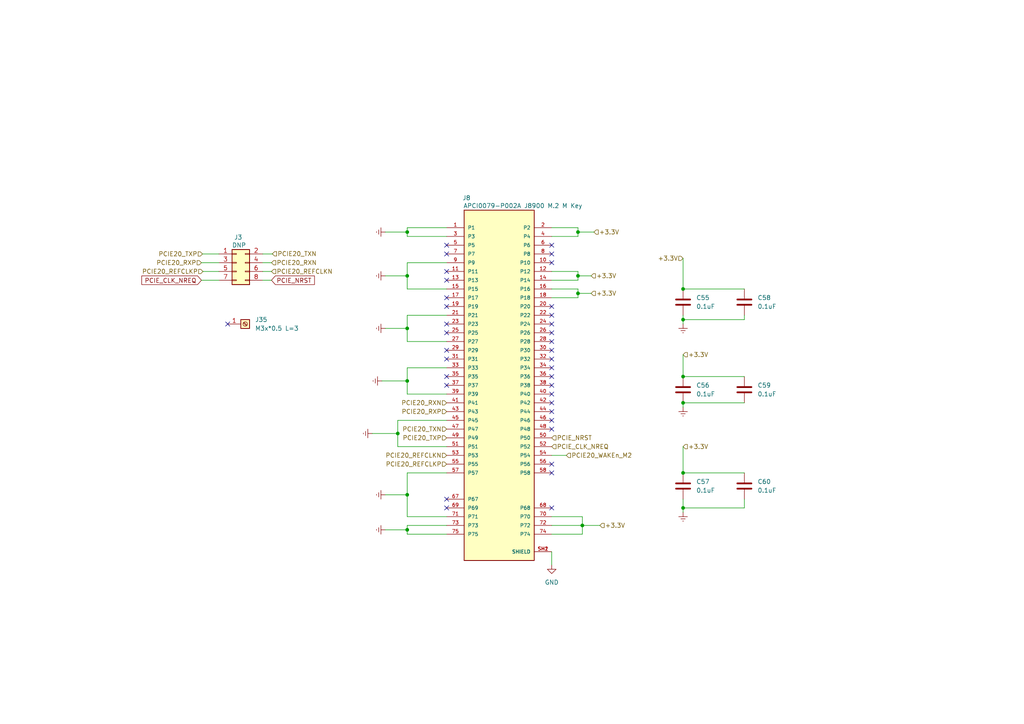
<source format=kicad_sch>
(kicad_sch (version 20231120) (generator "eeschema") (generator_version "7.99")
  (paper "A4")
  (lib_symbols
    (symbol "Connector:Screw_Terminal_01x01" (pin_names (offset 1.016) hide)
      (property "Reference" "J" (at 0 2.54 0))
      (property "Value" "Screw_Terminal_01x01" (at 0 -2.54 0))
      (symbol "Screw_Terminal_01x01_1_1"
        (rectangle (start -1.27 1.27) (end 1.27 -1.27) (stroke (width 0.254)) (fill (type background)))
        (polyline (pts (xy -0.5334 0.3302) (xy 0.3302 -0.508)) (stroke (width 0.1524)))
        (polyline (pts (xy -0.3556 0.508) (xy 0.508 -0.3302)) (stroke (width 0.1524)))
        (circle (center 0 0) (radius 0.635) (stroke (width 0.1524)))
        (pin passive line (at -5.08 0 0) (length 3.81) (name "Pin_1") (number "1"))
      )
    )
    (symbol "Connector_Generic:Conn_02x04_Odd_Even" (pin_names (offset 1.016) hide)
      (property "Reference" "J" (at 1.27 5.08 0))
      (property "Value" "Conn_02x04_Odd_Even" (at 1.27 -7.62 0))
      (symbol "Conn_02x04_Odd_Even_1_1"
        (rectangle (start -1.27 -4.953) (end 0 -5.207) (stroke (width 0.1524)))
        (rectangle (start -1.27 -2.413) (end 0 -2.667) (stroke (width 0.1524)))
        (rectangle (start -1.27 0.127) (end 0 -0.127) (stroke (width 0.1524)))
        (rectangle (start -1.27 2.667) (end 0 2.413) (stroke (width 0.1524)))
        (rectangle (start -1.27 3.81) (end 3.81 -6.35) (stroke (width 0.254)) (fill (type background)))
        (rectangle (start 3.81 -4.953) (end 2.54 -5.207) (stroke (width 0.1524)))
        (rectangle (start 3.81 -2.413) (end 2.54 -2.667) (stroke (width 0.1524)))
        (rectangle (start 3.81 0.127) (end 2.54 -0.127) (stroke (width 0.1524)))
        (rectangle (start 3.81 2.667) (end 2.54 2.413) (stroke (width 0.1524)))
        (pin passive line (at -5.08 2.54 0) (length 3.81) (name "Pin_1") (number "1"))
        (pin passive line (at 7.62 2.54 180) (length 3.81) (name "Pin_2") (number "2"))
        (pin passive line (at -5.08 0 0) (length 3.81) (name "Pin_3") (number "3"))
        (pin passive line (at 7.62 0 180) (length 3.81) (name "Pin_4") (number "4"))
        (pin passive line (at -5.08 -2.54 0) (length 3.81) (name "Pin_5") (number "5"))
        (pin passive line (at 7.62 -2.54 180) (length 3.81) (name "Pin_6") (number "6"))
        (pin passive line (at -5.08 -5.08 0) (length 3.81) (name "Pin_7") (number "7"))
        (pin passive line (at 7.62 -5.08 180) (length 3.81) (name "Pin_8") (number "8"))
      )
    )
    (symbol "Device:C" (pin_numbers hide) (pin_names (offset 0.254))
      (property "Reference" "C" (at 0.635 2.54 0))
      (property "Value" "C" (at 0.635 -2.54 0))
      (symbol "C_0_1"
        (polyline (pts (xy -2.032 -0.762) (xy 2.032 -0.762)) (stroke (width 0.508)))
        (polyline (pts (xy -2.032 0.762) (xy 2.032 0.762)) (stroke (width 0.508)))
      )
      (symbol "C_1_1"
        (pin passive line (at 0 3.81 270) (length 2.794) (name "~") (number "1"))
        (pin passive line (at 0 -3.81 90) (length 2.794) (name "~") (number "2"))
      )
    )
    (symbol "M.2TE:1-2199119-5" (pin_names (offset 1.016))
      (property "Reference" "J" (at -10.1938 51.7746 0))
      (property "Value" "1-2199119-5" (at -10.1934 -53.5506 0))
      (symbol "1-2199119-5_0_0"
        (rectangle (start -10.16 -50.8) (end 10.16 50.8) (stroke (width 0.254)) (fill (type background)))
        (pin passive line (at -15.24 45.72 0) (length 5.08) (name "P1") (number "1"))
        (pin passive line (at 15.24 35.56 180) (length 5.08) (name "P10") (number "10"))
        (pin passive line (at -15.24 33.02 0) (length 5.08) (name "P11") (number "11"))
        (pin passive line (at 15.24 33.02 180) (length 5.08) (name "P12") (number "12"))
        (pin passive line (at -15.24 30.48 0) (length 5.08) (name "P13") (number "13"))
        (pin passive line (at 15.24 30.48 180) (length 5.08) (name "P14") (number "14"))
        (pin passive line (at -15.24 27.94 0) (length 5.08) (name "P15") (number "15"))
        (pin passive line (at 15.24 27.94 180) (length 5.08) (name "P16") (number "16"))
        (pin passive line (at -15.24 25.4 0) (length 5.08) (name "P17") (number "17"))
        (pin passive line (at 15.24 25.4 180) (length 5.08) (name "P18") (number "18"))
        (pin passive line (at -15.24 22.86 0) (length 5.08) (name "P19") (number "19"))
        (pin passive line (at 15.24 45.72 180) (length 5.08) (name "P2") (number "2"))
        (pin passive line (at 15.24 22.86 180) (length 5.08) (name "P20") (number "20"))
        (pin passive line (at -15.24 20.32 0) (length 5.08) (name "P21") (number "21"))
        (pin passive line (at 15.24 20.32 180) (length 5.08) (name "P22") (number "22"))
        (pin passive line (at -15.24 17.78 0) (length 5.08) (name "P23") (number "23"))
        (pin passive line (at 15.24 17.78 180) (length 5.08) (name "P24") (number "24"))
        (pin passive line (at -15.24 15.24 0) (length 5.08) (name "P25") (number "25"))
        (pin passive line (at 15.24 15.24 180) (length 5.08) (name "P26") (number "26"))
        (pin passive line (at -15.24 12.7 0) (length 5.08) (name "P27") (number "27"))
        (pin passive line (at 15.24 12.7 180) (length 5.08) (name "P28") (number "28"))
        (pin passive line (at -15.24 10.16 0) (length 5.08) (name "P29") (number "29"))
        (pin passive line (at -15.24 43.18 0) (length 5.08) (name "P3") (number "3"))
        (pin passive line (at 15.24 10.16 180) (length 5.08) (name "P30") (number "30"))
        (pin passive line (at -15.24 7.62 0) (length 5.08) (name "P31") (number "31"))
        (pin passive line (at 15.24 7.62 180) (length 5.08) (name "P32") (number "32"))
        (pin passive line (at -15.24 5.08 0) (length 5.08) (name "P33") (number "33"))
        (pin passive line (at 15.24 5.08 180) (length 5.08) (name "P34") (number "34"))
        (pin passive line (at -15.24 2.54 0) (length 5.08) (name "P35") (number "35"))
        (pin passive line (at 15.24 2.54 180) (length 5.08) (name "P36") (number "36"))
        (pin passive line (at -15.24 0 0) (length 5.08) (name "P37") (number "37"))
        (pin passive line (at 15.24 0 180) (length 5.08) (name "P38") (number "38"))
        (pin passive line (at -15.24 -2.54 0) (length 5.08) (name "P39") (number "39"))
        (pin passive line (at 15.24 43.18 180) (length 5.08) (name "P4") (number "4"))
        (pin passive line (at 15.24 -2.54 180) (length 5.08) (name "P40") (number "40"))
        (pin passive line (at -15.24 -5.08 0) (length 5.08) (name "P41") (number "41"))
        (pin passive line (at 15.24 -5.08 180) (length 5.08) (name "P42") (number "42"))
        (pin passive line (at -15.24 -7.62 0) (length 5.08) (name "P43") (number "43"))
        (pin passive line (at 15.24 -7.62 180) (length 5.08) (name "P44") (number "44"))
        (pin passive line (at -15.24 -10.16 0) (length 5.08) (name "P45") (number "45"))
        (pin passive line (at 15.24 -10.16 180) (length 5.08) (name "P46") (number "46"))
        (pin passive line (at -15.24 -12.7 0) (length 5.08) (name "P47") (number "47"))
        (pin passive line (at 15.24 -12.7 180) (length 5.08) (name "P48") (number "48"))
        (pin passive line (at -15.24 -15.24 0) (length 5.08) (name "P49") (number "49"))
        (pin passive line (at -15.24 40.64 0) (length 5.08) (name "P5") (number "5"))
        (pin passive line (at 15.24 -15.24 180) (length 5.08) (name "P50") (number "50"))
        (pin passive line (at -15.24 -17.78 0) (length 5.08) (name "P51") (number "51"))
        (pin passive line (at 15.24 -17.78 180) (length 5.08) (name "P52") (number "52"))
        (pin passive line (at -15.24 -20.32 0) (length 5.08) (name "P53") (number "53"))
        (pin passive line (at 15.24 -20.32 180) (length 5.08) (name "P54") (number "54"))
        (pin passive line (at -15.24 -22.86 0) (length 5.08) (name "P55") (number "55"))
        (pin passive line (at 15.24 -22.86 180) (length 5.08) (name "P56") (number "56"))
        (pin passive line (at -15.24 -25.4 0) (length 5.08) (name "P57") (number "57"))
        (pin passive line (at 15.24 -25.4 180) (length 5.08) (name "P58") (number "58"))
        (pin passive line (at 15.24 40.64 180) (length 5.08) (name "P6") (number "6"))
        (pin passive line (at -15.24 -33.02 0) (length 5.08) (name "P67") (number "67"))
        (pin passive line (at 15.24 -35.56 180) (length 5.08) (name "P68") (number "68"))
        (pin passive line (at -15.24 -35.56 0) (length 5.08) (name "P69") (number "69"))
        (pin passive line (at -15.24 38.1 0) (length 5.08) (name "P7") (number "7"))
        (pin passive line (at 15.24 -38.1 180) (length 5.08) (name "P70") (number "70"))
        (pin passive line (at -15.24 -38.1 0) (length 5.08) (name "P71") (number "71"))
        (pin passive line (at 15.24 -40.64 180) (length 5.08) (name "P72") (number "72"))
        (pin passive line (at -15.24 -40.64 0) (length 5.08) (name "P73") (number "73"))
        (pin passive line (at 15.24 -43.18 180) (length 5.08) (name "P74") (number "74"))
        (pin passive line (at -15.24 -43.18 0) (length 5.08) (name "P75") (number "75"))
        (pin passive line (at 15.24 38.1 180) (length 5.08) (name "P8") (number "8"))
        (pin passive line (at -15.24 35.56 0) (length 5.08) (name "P9") (number "9"))
        (pin passive line (at 15.24 -48.26 180) (length 5.08) (name "SHIELD") (number "SH1"))
        (pin passive line (at 15.24 -48.26 180) (length 5.08) (name "SHIELD") (number "SH2"))
      )
    )
    (symbol "power:Earth" (power) (pin_names (offset 0))
      (symbol "Earth_0_1"
        (polyline (pts (xy -0.635 -1.905) (xy 0.635 -1.905)))
        (polyline (pts (xy -0.127 -2.54) (xy 0.127 -2.54)))
        (polyline (pts (xy 0 -1.27) (xy 0 0)))
        (polyline (pts (xy 1.27 -1.27) (xy -1.27 -1.27)))
      )
      (symbol "Earth_1_1"
        (pin power_in line (at 0 0 270) (length 0) hide (name "Earth") (number "1"))
      )
    )
    (symbol "power:GND" (power) (pin_names (offset 0))
      (property "Value" "GND" (at 0 -3.81 0))
      (symbol "GND_0_1"
        (polyline (pts (xy 0 0) (xy 0 -1.27) (xy 1.27 -1.27) (xy 0 -2.54) (xy -1.27 -1.27) (xy 0 -1.27)))
      )
      (symbol "GND_1_1"
        (pin power_in line (at 0 0 270) (length 0) hide (name "GND") (number "1"))
      )
    )
  )
  (junction (at 198.12 116.84))
  (junction (at 167.64 80.01))
  (junction (at 118.11 67.31))
  (junction (at 198.12 147.32))
  (junction (at 118.11 110.49))
  (junction (at 118.11 95.25))
  (junction (at 198.12 92.71))
  (junction (at 198.12 137.16))
  (junction (at 168.91 152.4))
  (junction (at 167.64 85.09))
  (junction (at 118.11 153.67))
  (junction (at 167.64 67.31))
  (junction (at 118.11 80.01))
  (junction (at 198.12 109.22))
  (junction (at 115.3655 125.73))
  (junction (at 198.12 83.82))
  (junction (at 118.11 143.51))
  (no_connect (at 129.54 144.78))
  (no_connect (at 129.54 147.32))
  (no_connect (at 160.02 137.16))
  (no_connect (at 160.02 134.62))
  (no_connect (at 160.02 124.46))
  (no_connect (at 129.54 71.12))
  (no_connect (at 129.54 73.66))
  (no_connect (at 129.54 78.74))
  (no_connect (at 129.54 81.28))
  (no_connect (at 129.54 86.36))
  (no_connect (at 129.54 88.9))
  (no_connect (at 129.54 93.98))
  (no_connect (at 129.54 96.52))
  (no_connect (at 129.54 111.76))
  (no_connect (at 160.02 119.38))
  (no_connect (at 160.02 116.84))
  (no_connect (at 160.02 114.3))
  (no_connect (at 160.02 99.06))
  (no_connect (at 129.54 101.6))
  (no_connect (at 129.54 104.14))
  (no_connect (at 129.54 109.22))
  (no_connect (at 160.02 121.92))
  (no_connect (at 160.02 111.76))
  (no_connect (at 160.02 109.22))
  (no_connect (at 160.02 106.68))
  (no_connect (at 160.02 104.14))
  (no_connect (at 160.02 101.6))
  (no_connect (at 160.02 147.32))
  (no_connect (at 160.02 96.52))
  (no_connect (at 160.02 93.98))
  (no_connect (at 160.02 91.44))
  (no_connect (at 160.02 88.9))
  (no_connect (at 160.02 76.2))
  (no_connect (at 160.02 73.66))
  (no_connect (at 160.02 71.12))
  (no_connect (at 66.04 93.98))
  (wire (pts (xy 107.95 125.73) (xy 115.3655 125.73)))
  (wire (pts (xy 167.64 67.31) (xy 167.64 68.58)))
  (wire (pts (xy 129.54 91.44) (xy 118.11 91.44)))
  (wire (pts (xy 168.91 152.4) (xy 173.99 152.4)))
  (wire (pts (xy 118.11 154.94) (xy 129.54 154.94)))
  (wire (pts (xy 118.11 66.04) (xy 118.11 67.31)))
  (wire (pts (xy 167.64 80.01) (xy 171.45 80.01)))
  (wire (pts (xy 111.76 80.01) (xy 118.11 80.01)))
  (wire (pts (xy 198.12 148.59) (xy 198.12 147.32)))
  (wire (pts (xy 168.91 154.94) (xy 168.91 152.4)))
  (wire (pts (xy 160.02 86.36) (xy 167.64 86.36)))
  (wire (pts (xy 78.74 78.74) (xy 76.2 78.74)))
  (wire (pts (xy 198.12 83.82) (xy 215.9 83.82)))
  (wire (pts (xy 168.91 149.86) (xy 168.91 152.4)))
  (wire (pts (xy 78.9913 73.6184) (xy 78.9913 73.66)))
  (wire (pts (xy 118.11 114.3) (xy 129.54 114.3)))
  (wire (pts (xy 58.8704 78.74) (xy 63.5 78.74)))
  (wire (pts (xy 118.11 66.04) (xy 129.54 66.04)))
  (wire (pts (xy 160.02 149.86) (xy 168.91 149.86)))
  (wire (pts (xy 58.42 76.2) (xy 63.5 76.2)))
  (wire (pts (xy 118.11 143.51) (xy 118.11 149.86)))
  (wire (pts (xy 78.9913 73.66) (xy 76.2 73.66)))
  (wire (pts (xy 168.91 152.4) (xy 160.02 152.4)))
  (wire (pts (xy 160.02 78.74) (xy 167.64 78.74)))
  (wire (pts (xy 118.11 76.2) (xy 118.11 80.01)))
  (wire (pts (xy 110.7612 110.49) (xy 118.11 110.49)))
  (wire (pts (xy 198.12 129.54) (xy 198.12 137.16)))
  (wire (pts (xy 111.76 153.67) (xy 118.11 153.67)))
  (wire (pts (xy 164.2573 132.08) (xy 160.02 132.08)))
  (wire (pts (xy 118.11 106.68) (xy 129.54 106.68)))
  (wire (pts (xy 160.02 163.83) (xy 160.02 160.02)))
  (wire (pts (xy 167.64 83.82) (xy 167.64 85.09)))
  (wire (pts (xy 111.76 143.51) (xy 118.11 143.51)))
  (wire (pts (xy 78.74 76.2) (xy 76.2 76.2)))
  (wire (pts (xy 78.74 81.28) (xy 76.2 81.28)))
  (wire (pts (xy 198.12 147.32) (xy 198.12 144.78)))
  (wire (pts (xy 118.11 80.01) (xy 118.11 83.82)))
  (wire (pts (xy 118.11 83.82) (xy 129.54 83.82)))
  (wire (pts (xy 118.11 91.44) (xy 118.11 95.25)))
  (wire (pts (xy 198.12 118.11) (xy 198.12 116.84)))
  (wire (pts (xy 198.12 91.44) (xy 198.12 92.71)))
  (wire (pts (xy 118.11 153.67) (xy 118.11 154.94)))
  (wire (pts (xy 198.12 92.71) (xy 198.12 93.98)))
  (wire (pts (xy 58.7269 73.66) (xy 63.5 73.66)))
  (wire (pts (xy 167.64 85.09) (xy 171.45 85.09)))
  (wire (pts (xy 129.54 152.4) (xy 118.11 152.4)))
  (wire (pts (xy 198.12 74.93) (xy 198.12 83.82)))
  (wire (pts (xy 118.11 137.16) (xy 118.11 143.51)))
  (wire (pts (xy 118.11 68.58) (xy 129.54 68.58)))
  (wire (pts (xy 160.02 83.82) (xy 167.64 83.82)))
  (wire (pts (xy 198.12 92.71) (xy 215.9 92.71)))
  (wire (pts (xy 129.54 137.16) (xy 118.11 137.16)))
  (wire (pts (xy 160.02 66.04) (xy 167.64 66.04)))
  (wire (pts (xy 198.12 147.32) (xy 215.9 147.32)))
  (wire (pts (xy 167.64 66.04) (xy 167.64 67.31)))
  (wire (pts (xy 115.3655 121.92) (xy 115.3655 125.73)))
  (wire (pts (xy 111.76 95.25) (xy 118.11 95.25)))
  (wire (pts (xy 118.11 67.31) (xy 118.11 68.58)))
  (wire (pts (xy 118.11 110.49) (xy 118.11 114.3)))
  (wire (pts (xy 167.64 68.58) (xy 160.02 68.58)))
  (wire (pts (xy 167.64 78.74) (xy 167.64 80.01)))
  (wire (pts (xy 167.64 80.01) (xy 167.64 81.28)))
  (wire (pts (xy 111.76 67.31) (xy 118.11 67.31)))
  (wire (pts (xy 118.11 149.86) (xy 129.54 149.86)))
  (wire (pts (xy 118.11 95.25) (xy 118.11 99.06)))
  (wire (pts (xy 167.64 81.28) (xy 160.02 81.28)))
  (wire (pts (xy 118.11 106.68) (xy 118.11 110.49)))
  (wire (pts (xy 167.64 67.31) (xy 172.2696 67.31)))
  (wire (pts (xy 167.64 85.09) (xy 167.64 86.36)))
  (wire (pts (xy 115.3655 129.54) (xy 129.54 129.54)))
  (wire (pts (xy 215.9 144.78) (xy 215.9 147.32)))
  (wire (pts (xy 115.3655 125.73) (xy 115.3655 129.54)))
  (wire (pts (xy 129.54 121.92) (xy 115.3655 121.92)))
  (wire (pts (xy 198.12 109.22) (xy 215.9 109.22)))
  (wire (pts (xy 198.12 137.16) (xy 215.9 137.16)))
  (wire (pts (xy 198.12 102.87) (xy 198.12 109.22)))
  (wire (pts (xy 215.9 91.44) (xy 215.9 92.71)))
  (wire (pts (xy 160.02 154.94) (xy 168.91 154.94)))
  (wire (pts (xy 129.54 76.2) (xy 118.11 76.2)))
  (wire (pts (xy 118.11 99.06) (xy 129.54 99.06)))
  (wire (pts (xy 118.11 152.4) (xy 118.11 153.67)))
  (wire (pts (xy 198.12 116.84) (xy 215.9 116.84)))
  (wire (pts (xy 58.42 81.28) (xy 63.5 81.28)))
  (global_label "PCIE_NRST" (shape input) (at 78.74 81.28 0) (property "Intersheetrefs" "${INTERSHEET_REFS}" (effects (hide yes))))
  (global_label "PCIE_CLK_NREQ" (shape input) (at 58.42 81.28 180) (property "Intersheetrefs" "${INTERSHEET_REFS}" (effects (hide yes))))
  (hierarchical_label "PCIE20_WAKEn_M2" (shape input) (at 164.2573 132.08 0))
  (hierarchical_label "PCIE20_REFCLKN" (shape input) (at 129.54 132.08 180))
  (hierarchical_label "PCIE20_REFCLKP" (shape input) (at 58.8704 78.74 180))
  (hierarchical_label "+3.3V" (shape input) (at 198.12 102.87 0))
  (hierarchical_label "+3.3V" (shape input) (at 172.2696 67.31 0))
  (hierarchical_label "PCIE20_TXN" (shape input) (at 129.54 124.46 180))
  (hierarchical_label "PCIE20_RXN" (shape input) (at 78.74 76.2 0))
  (hierarchical_label "PCIE20_TXP" (shape input) (at 58.7269 73.66 180))
  (hierarchical_label "PCIE20_TXN" (shape input) (at 78.9913 73.6184 0))
  (hierarchical_label "PCIE20_RXP" (shape input) (at 58.42 76.2 180))
  (hierarchical_label "PCIE20_RXN" (shape input) (at 129.54 116.84 180))
  (hierarchical_label "+3.3V" (shape input) (at 171.45 80.01 0))
  (hierarchical_label "+3.3V" (shape input) (at 198.12 129.54 0))
  (hierarchical_label "PCIE_CLK_NREQ" (shape input) (at 160.02 129.54 0))
  (hierarchical_label "PCIE20_REFCLKN" (shape input) (at 78.74 78.74 0))
  (hierarchical_label "PCIE20_REFCLKP" (shape input) (at 129.54 134.62 180))
  (hierarchical_label "PCIE20_RXP" (shape input) (at 129.54 119.38 180))
  (hierarchical_label "+3.3V" (shape input) (at 198.12 74.93 180))
  (hierarchical_label "+3.3V" (shape input) (at 173.99 152.4 0))
  (hierarchical_label "PCIE_NRST" (shape input) (at 160.02 127 0))
  (hierarchical_label "+3.3V" (shape input) (at 171.45 85.09 0))
  (hierarchical_label "PCIE20_TXP" (shape input) (at 129.54 127 180))
  (symbol (lib_id "M.2TE:1-2199119-5") (at 144.78 111.76 0) (unit 1)
    (property "Reference" "J8" (at 134.112 57.404 0) (effects (justify left)))
    (property "Value" "APCI0079-P002A J8900 M.2 M Key" (at 134.366 59.69 0) (effects (justify left)))
    (property "Comment" "1-2199119-5" (effects (hide yes)))
  )
  (symbol (lib_id "power:Earth") (at 111.76 153.67 270) (unit 1)
    (property "Reference" "#PWR0177" (effects (hide yes)))
    (property "Value" "Earth" (effects (hide yes)))
    (property "Description" "Power symbol creates a global label with name \"Earth\"" (effects (hide yes)))
  )
  (symbol (lib_id "power:Earth") (at 111.76 80.01 270) (unit 1)
    (property "Reference" "#PWR0105" (effects (hide yes)))
    (property "Value" "Earth" (effects (hide yes)))
    (property "Description" "Power symbol creates a global label with name \"Earth\"" (effects (hide yes)))
  )
  (symbol (lib_id "power:Earth") (at 107.95 125.73 270) (unit 1)
    (property "Reference" "#PWR0181" (effects (hide yes)))
    (property "Value" "Earth" (effects (hide yes)))
    (property "Description" "Power symbol creates a global label with name \"Earth\"" (effects (hide yes)))
  )
  (symbol (lib_id "Device:C") (at 215.9 140.97 0) (unit 1)
    (property "Reference" "C60" (at 219.71 139.6999 0) (effects (justify left)))
    (property "Value" "0.1uF" (at 219.71 142.2399 0) (effects (justify left)))
    (property "Footprint" "Capacitor_SMD:C_0603_1608Metric" (effects (hide yes)))
  )
  (symbol (lib_id "power:Earth") (at 198.12 148.59 0) (unit 1)
    (property "Reference" "#PWR0182" (effects (hide yes)))
    (property "Value" "Earth" (effects (hide yes)))
    (property "Description" "Power symbol creates a global label with name \"Earth\"" (effects (hide yes)))
  )
  (symbol (lib_id "power:Earth") (at 111.76 67.31 270) (unit 1)
    (property "Reference" "#PWR0104" (effects (hide yes)))
    (property "Value" "Earth" (effects (hide yes)))
    (property "Description" "Power symbol creates a global label with name \"Earth\"" (effects (hide yes)))
  )
  (symbol (lib_id "power:Earth") (at 110.7612 110.49 270) (unit 1)
    (property "Reference" "#PWR0180" (effects (hide yes)))
    (property "Value" "Earth" (effects (hide yes)))
    (property "Description" "Power symbol creates a global label with name \"Earth\"" (effects (hide yes)))
  )
  (symbol (lib_id "power:Earth") (at 111.76 95.25 270) (unit 1)
    (property "Reference" "#PWR0179" (effects (hide yes)))
    (property "Value" "Earth" (effects (hide yes)))
    (property "Description" "Power symbol creates a global label with name \"Earth\"" (effects (hide yes)))
  )
  (symbol (lib_id "Device:C") (at 215.9 113.03 0) (unit 1)
    (property "Reference" "C59" (at 219.71 111.7599 0) (effects (justify left)))
    (property "Value" "0.1uF" (at 219.71 114.2999 0) (effects (justify left)))
    (property "Footprint" "Capacitor_SMD:C_0603_1608Metric" (effects (hide yes)))
  )
  (symbol (lib_id "power:Earth") (at 198.12 93.98 0) (unit 1)
    (property "Reference" "#PWR0184" (effects (hide yes)))
    (property "Value" "Earth" (effects (hide yes)))
    (property "Description" "Power symbol creates a global label with name \"Earth\"" (effects (hide yes)))
  )
  (symbol (lib_id "power:GND") (at 160.02 163.83 0) (unit 1)
    (property "Reference" "#PWR0178" (effects (hide yes)))
    (property "Value" "GND" (at 160.02 168.91 0))
  )
  (symbol (lib_id "Device:C") (at 215.9 87.63 0) (unit 1)
    (property "Reference" "C58" (at 219.71 86.3599 0) (effects (justify left)))
    (property "Value" "0.1uF" (at 219.71 88.8999 0) (effects (justify left)))
    (property "Footprint" "Capacitor_SMD:C_0603_1608Metric" (effects (hide yes)))
  )
  (symbol (lib_id "power:Earth") (at 198.12 118.11 0) (unit 1)
    (property "Reference" "#PWR0183" (effects (hide yes)))
    (property "Value" "Earth" (effects (hide yes)))
    (property "Description" "Power symbol creates a global label with name \"Earth\"" (effects (hide yes)))
  )
  (symbol (lib_id "Device:C") (at 198.12 113.03 0) (unit 1)
    (property "Reference" "C56" (at 201.93 111.7599 0) (effects (justify left)))
    (property "Value" "0.1uF" (at 201.93 114.2999 0) (effects (justify left)))
    (property "Footprint" "Capacitor_SMD:C_0603_1608Metric" (effects (hide yes)))
  )
  (symbol (lib_id "Connector_Generic:Conn_02x04_Odd_Even") (at 68.58 76.2 0) (unit 1)
    (property "Reference" "J3" (at 69.088 68.834 0))
    (property "Value" "DNP" (at 69.342 71.12 0))
    (property "Footprint" "Connector_PinSocket_2.54mm:PinSocket_2x04_P2.54mm_Vertical_SMD" (effects (hide yes)))
  )
  (symbol (lib_id "Device:C") (at 198.12 140.97 0) (unit 1)
    (property "Reference" "C57" (at 201.93 139.6999 0) (effects (justify left)))
    (property "Value" "0.1uF" (at 201.93 142.2399 0) (effects (justify left)))
    (property "Footprint" "Capacitor_SMD:C_0603_1608Metric" (effects (hide yes)))
  )
  (symbol (lib_id "Connector:Screw_Terminal_01x01") (at 71.12 93.98 0) (unit 1)
    (property "Reference" "J35" (at 73.9715 92.7099 0) (effects (justify left)))
    (property "Value" "M3x*0.5 L=3" (at 73.9715 95.2499 0) (effects (justify left)))
    (property "Footprint" "VİA:Screw_terminal_shinbo" (effects (hide yes)))
    (property "Description" "Board mounting elevator    M3 hole size, 4 pins PCB-64-M3" (effects (hide yes)))
  )
  (symbol (lib_id "power:Earth") (at 111.76 143.51 270) (unit 1)
    (property "Reference" "#PWR0106" (effects (hide yes)))
    (property "Value" "Earth" (effects (hide yes)))
    (property "Description" "Power symbol creates a global label with name \"Earth\"" (effects (hide yes)))
  )
  (symbol (lib_id "Device:C") (at 198.12 87.63 0) (unit 1)
    (property "Reference" "C55" (at 201.93 86.3599 0) (effects (justify left)))
    (property "Value" "0.1uF" (at 201.93 88.8999 0) (effects (justify left)))
    (property "Footprint" "Capacitor_SMD:C_0603_1608Metric" (effects (hide yes)))
  )
)
</source>
